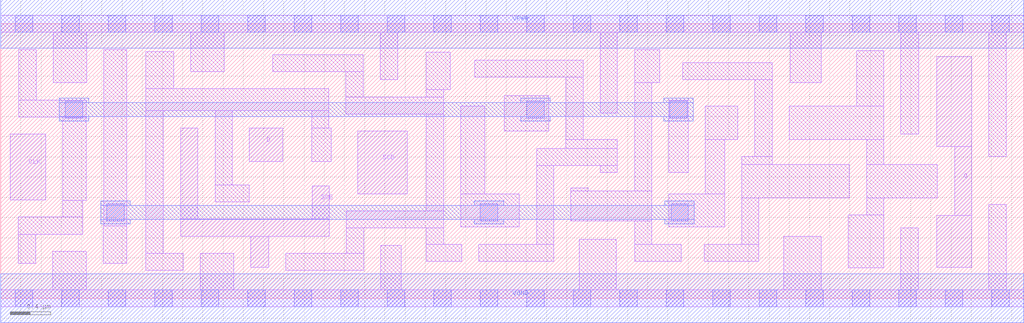
<source format=lef>
# Copyright 2020 The SkyWater PDK Authors
#
# Licensed under the Apache License, Version 2.0 (the "License");
# you may not use this file except in compliance with the License.
# You may obtain a copy of the License at
#
#     https://www.apache.org/licenses/LICENSE-2.0
#
# Unless required by applicable law or agreed to in writing, software
# distributed under the License is distributed on an "AS IS" BASIS,
# WITHOUT WARRANTIES OR CONDITIONS OF ANY KIND, either express or implied.
# See the License for the specific language governing permissions and
# limitations under the License.
#
# SPDX-License-Identifier: Apache-2.0

VERSION 5.7 ;
  NAMESCASESENSITIVE ON ;
  NOWIREEXTENSIONATPIN ON ;
  DIVIDERCHAR "/" ;
  BUSBITCHARS "[]" ;
UNITS
  DATABASE MICRONS 200 ;
END UNITS
MACRO sky130_fd_sc_hd__sdfxtp_2
  CLASS CORE ;
  FOREIGN sky130_fd_sc_hd__sdfxtp_2 ;
  ORIGIN  0.000000  0.000000 ;
  SIZE  10.12000 BY  2.720000 ;
  SYMMETRY X Y R90 ;
  SITE unithd ;
  PIN D
    ANTENNAGATEAREA  0.159000 ;
    DIRECTION INPUT ;
    USE SIGNAL ;
    PORT
      LAYER li1 ;
        RECT 2.460000 1.355000 2.790000 1.685000 ;
    END
  END D
  PIN Q
    ANTENNADIFFAREA  0.445500 ;
    DIRECTION OUTPUT ;
    USE SIGNAL ;
    PORT
      LAYER li1 ;
        RECT 9.260000 0.305000 9.605000 0.820000 ;
        RECT 9.260000 1.505000 9.605000 2.395000 ;
        RECT 9.435000 0.820000 9.605000 1.505000 ;
    END
  END Q
  PIN SCD
    ANTENNAGATEAREA  0.159000 ;
    DIRECTION INPUT ;
    USE SIGNAL ;
    PORT
      LAYER li1 ;
        RECT 3.530000 1.035000 4.020000 1.655000 ;
    END
  END SCD
  PIN SCE
    ANTENNAGATEAREA  0.318000 ;
    DIRECTION INPUT ;
    USE SIGNAL ;
    PORT
      LAYER li1 ;
        RECT 1.780000 0.615000 3.250000 0.785000 ;
        RECT 1.780000 0.785000 1.950000 1.685000 ;
        RECT 2.475000 0.305000 2.650000 0.615000 ;
        RECT 3.080000 0.785000 3.250000 1.115000 ;
    END
  END SCE
  PIN CLK
    ANTENNAGATEAREA  0.159000 ;
    DIRECTION INPUT ;
    USE CLOCK ;
    PORT
      LAYER li1 ;
        RECT 0.095000 0.975000 0.445000 1.625000 ;
    END
  END CLK
  PIN VGND
    DIRECTION INOUT ;
    SHAPE ABUTMENT ;
    USE GROUND ;
    PORT
      LAYER met1 ;
        RECT 0.000000 -0.240000 10.120000 0.240000 ;
    END
  END VGND
  PIN VPWR
    DIRECTION INOUT ;
    SHAPE ABUTMENT ;
    USE POWER ;
    PORT
      LAYER met1 ;
        RECT 0.000000 2.480000 10.120000 2.960000 ;
    END
  END VPWR
  OBS
    LAYER li1 ;
      RECT 0.000000 -0.085000 10.120000 0.085000 ;
      RECT 0.000000  2.635000 10.120000 2.805000 ;
      RECT 0.175000  0.345000  0.345000 0.635000 ;
      RECT 0.175000  0.635000  0.810000 0.805000 ;
      RECT 0.180000  1.795000  0.845000 1.965000 ;
      RECT 0.180000  1.965000  0.350000 2.465000 ;
      RECT 0.515000  0.085000  0.845000 0.465000 ;
      RECT 0.520000  2.135000  0.850000 2.635000 ;
      RECT 0.615000  0.805000  0.810000 0.970000 ;
      RECT 0.615000  0.970000  0.845000 1.795000 ;
      RECT 1.015000  0.345000  1.245000 0.715000 ;
      RECT 1.020000  0.715000  1.245000 2.465000 ;
      RECT 1.435000  0.275000  1.805000 0.445000 ;
      RECT 1.435000  0.445000  1.605000 1.860000 ;
      RECT 1.435000  1.860000  3.245000 2.075000 ;
      RECT 1.435000  2.075000  1.710000 2.445000 ;
      RECT 1.880000  2.245000  2.210000 2.635000 ;
      RECT 1.975000  0.085000  2.305000 0.445000 ;
      RECT 2.120000  0.955000  2.460000 1.125000 ;
      RECT 2.120000  1.125000  2.290000 1.860000 ;
      RECT 2.690000  2.245000  3.585000 2.415000 ;
      RECT 2.820000  0.275000  3.590000 0.445000 ;
      RECT 3.075000  1.355000  3.270000 1.685000 ;
      RECT 3.075000  1.685000  3.245000 1.860000 ;
      RECT 3.415000  1.825000  4.380000 1.995000 ;
      RECT 3.415000  1.995000  3.585000 2.245000 ;
      RECT 3.420000  0.445000  3.590000 0.695000 ;
      RECT 3.420000  0.695000  4.380000 0.865000 ;
      RECT 3.755000  2.165000  3.925000 2.635000 ;
      RECT 3.760000  0.085000  3.960000 0.525000 ;
      RECT 4.210000  0.365000  4.560000 0.535000 ;
      RECT 4.210000  0.535000  4.380000 0.695000 ;
      RECT 4.210000  0.865000  4.380000 1.825000 ;
      RECT 4.210000  1.995000  4.380000 2.065000 ;
      RECT 4.210000  2.065000  4.445000 2.440000 ;
      RECT 4.550000  0.705000  5.130000 1.035000 ;
      RECT 4.550000  1.035000  4.790000 1.905000 ;
      RECT 4.690000  2.190000  5.760000 2.360000 ;
      RECT 4.730000  0.365000  5.470000 0.535000 ;
      RECT 4.980000  1.655000  5.420000 2.010000 ;
      RECT 5.300000  0.535000  5.470000 1.315000 ;
      RECT 5.300000  1.315000  6.100000 1.485000 ;
      RECT 5.590000  1.485000  6.100000 1.575000 ;
      RECT 5.590000  1.575000  5.760000 2.190000 ;
      RECT 5.640000  0.765000  6.440000 1.065000 ;
      RECT 5.640000  1.065000  5.810000 1.095000 ;
      RECT 5.720000  0.085000  6.090000 0.585000 ;
      RECT 5.930000  1.245000  6.100000 1.315000 ;
      RECT 5.930000  1.835000  6.100000 2.635000 ;
      RECT 6.270000  0.365000  6.730000 0.535000 ;
      RECT 6.270000  0.535000  6.440000 0.765000 ;
      RECT 6.270000  1.065000  6.440000 2.135000 ;
      RECT 6.270000  2.135000  6.520000 2.465000 ;
      RECT 6.610000  0.705000  7.160000 1.035000 ;
      RECT 6.610000  1.245000  6.800000 1.965000 ;
      RECT 6.745000  2.165000  7.630000 2.335000 ;
      RECT 6.960000  0.365000  7.500000 0.535000 ;
      RECT 6.970000  1.035000  7.160000 1.575000 ;
      RECT 6.970000  1.575000  7.290000 1.905000 ;
      RECT 7.330000  0.535000  7.500000 0.995000 ;
      RECT 7.330000  0.995000  8.395000 1.325000 ;
      RECT 7.330000  1.325000  7.630000 1.405000 ;
      RECT 7.460000  1.405000  7.630000 2.165000 ;
      RECT 7.745000  0.085000  8.115000 0.615000 ;
      RECT 7.800000  1.575000  8.735000 1.905000 ;
      RECT 7.810000  2.135000  8.115000 2.635000 ;
      RECT 8.385000  0.300000  8.735000 0.825000 ;
      RECT 8.465000  1.905000  8.735000 2.455000 ;
      RECT 8.565000  0.825000  8.735000 0.995000 ;
      RECT 8.565000  0.995000  9.265000 1.325000 ;
      RECT 8.565000  1.325000  8.735000 1.575000 ;
      RECT 8.905000  0.085000  9.075000 0.695000 ;
      RECT 8.905000  1.625000  9.080000 2.635000 ;
      RECT 9.775000  0.085000  9.945000 0.930000 ;
      RECT 9.775000  1.405000  9.945000 2.635000 ;
    LAYER mcon ;
      RECT 0.145000 -0.085000 0.315000 0.085000 ;
      RECT 0.145000  2.635000 0.315000 2.805000 ;
      RECT 0.605000 -0.085000 0.775000 0.085000 ;
      RECT 0.605000  2.635000 0.775000 2.805000 ;
      RECT 0.640000  1.785000 0.810000 1.955000 ;
      RECT 1.050000  0.765000 1.220000 0.935000 ;
      RECT 1.065000 -0.085000 1.235000 0.085000 ;
      RECT 1.065000  2.635000 1.235000 2.805000 ;
      RECT 1.525000 -0.085000 1.695000 0.085000 ;
      RECT 1.525000  2.635000 1.695000 2.805000 ;
      RECT 1.985000 -0.085000 2.155000 0.085000 ;
      RECT 1.985000  2.635000 2.155000 2.805000 ;
      RECT 2.445000 -0.085000 2.615000 0.085000 ;
      RECT 2.445000  2.635000 2.615000 2.805000 ;
      RECT 2.905000 -0.085000 3.075000 0.085000 ;
      RECT 2.905000  2.635000 3.075000 2.805000 ;
      RECT 3.365000 -0.085000 3.535000 0.085000 ;
      RECT 3.365000  2.635000 3.535000 2.805000 ;
      RECT 3.825000 -0.085000 3.995000 0.085000 ;
      RECT 3.825000  2.635000 3.995000 2.805000 ;
      RECT 4.285000 -0.085000 4.455000 0.085000 ;
      RECT 4.285000  2.635000 4.455000 2.805000 ;
      RECT 4.745000 -0.085000 4.915000 0.085000 ;
      RECT 4.745000  0.765000 4.915000 0.935000 ;
      RECT 4.745000  2.635000 4.915000 2.805000 ;
      RECT 5.205000 -0.085000 5.375000 0.085000 ;
      RECT 5.205000  1.785000 5.375000 1.955000 ;
      RECT 5.205000  2.635000 5.375000 2.805000 ;
      RECT 5.665000 -0.085000 5.835000 0.085000 ;
      RECT 5.665000  2.635000 5.835000 2.805000 ;
      RECT 6.125000 -0.085000 6.295000 0.085000 ;
      RECT 6.125000  2.635000 6.295000 2.805000 ;
      RECT 6.585000 -0.085000 6.755000 0.085000 ;
      RECT 6.585000  2.635000 6.755000 2.805000 ;
      RECT 6.620000  1.785000 6.790000 1.955000 ;
      RECT 6.630000  0.765000 6.800000 0.935000 ;
      RECT 7.045000 -0.085000 7.215000 0.085000 ;
      RECT 7.045000  2.635000 7.215000 2.805000 ;
      RECT 7.505000 -0.085000 7.675000 0.085000 ;
      RECT 7.505000  2.635000 7.675000 2.805000 ;
      RECT 7.965000 -0.085000 8.135000 0.085000 ;
      RECT 7.965000  2.635000 8.135000 2.805000 ;
      RECT 8.425000 -0.085000 8.595000 0.085000 ;
      RECT 8.425000  2.635000 8.595000 2.805000 ;
      RECT 8.885000 -0.085000 9.055000 0.085000 ;
      RECT 8.885000  2.635000 9.055000 2.805000 ;
      RECT 9.345000 -0.085000 9.515000 0.085000 ;
      RECT 9.345000  2.635000 9.515000 2.805000 ;
      RECT 9.805000 -0.085000 9.975000 0.085000 ;
      RECT 9.805000  2.635000 9.975000 2.805000 ;
    LAYER met1 ;
      RECT 0.580000 1.755000 0.870000 1.800000 ;
      RECT 0.580000 1.800000 6.850000 1.940000 ;
      RECT 0.580000 1.940000 0.870000 1.985000 ;
      RECT 0.990000 0.735000 1.280000 0.780000 ;
      RECT 0.990000 0.780000 6.860000 0.920000 ;
      RECT 0.990000 0.920000 1.280000 0.965000 ;
      RECT 4.685000 0.735000 4.975000 0.780000 ;
      RECT 4.685000 0.920000 4.975000 0.965000 ;
      RECT 5.145000 1.755000 5.435000 1.800000 ;
      RECT 5.145000 1.940000 5.435000 1.985000 ;
      RECT 6.560000 1.755000 6.850000 1.800000 ;
      RECT 6.560000 1.940000 6.850000 1.985000 ;
      RECT 6.570000 0.735000 6.860000 0.780000 ;
      RECT 6.570000 0.920000 6.860000 0.965000 ;
  END
END sky130_fd_sc_hd__sdfxtp_2
END LIBRARY

</source>
